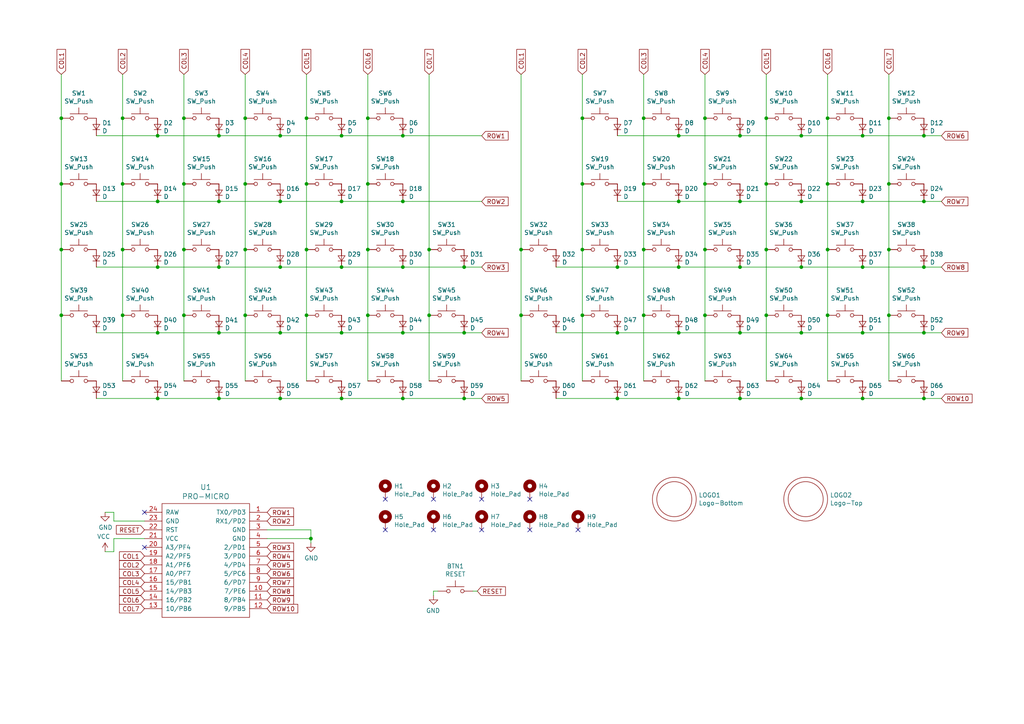
<source format=kicad_sch>
(kicad_sch (version 20230121) (generator eeschema)
  (paper "A4")
  (title_block (title "Morizon MX") (date "2023-11-09") (rev "1.2") (company "skarrmann"))
  (junction (at 106.68 34.29))
  (junction (at 186.69 34.29))
  (junction (at 257.81 91.44))
  (junction (at 124.46 72.39))
  (junction (at 151.13 72.39))
  (junction (at 240.03 53.34))
  (junction (at 81.28 58.42))
  (junction (at 214.63 39.37))
  (junction (at 71.12 53.34))
  (junction (at 250.19 39.37))
  (junction (at 168.91 91.44))
  (junction (at 88.9 53.34))
  (junction (at 17.78 53.34))
  (junction (at 63.5 115.57))
  (junction (at 214.63 77.47))
  (junction (at 63.5 58.42))
  (junction (at 53.34 53.34))
  (junction (at 151.13 91.44))
  (junction (at 63.5 96.52))
  (junction (at 116.84 115.57))
  (junction (at 204.47 34.29))
  (junction (at 214.63 115.57))
  (junction (at 88.9 72.39))
  (junction (at 81.28 115.57))
  (junction (at 71.12 72.39))
  (junction (at 222.25 72.39))
  (junction (at 267.97 96.52))
  (junction (at 240.03 91.44))
  (junction (at 116.84 39.37))
  (junction (at 196.85 39.37))
  (junction (at 99.06 115.57))
  (junction (at 179.07 115.57))
  (junction (at 204.47 53.34))
  (junction (at 196.85 115.57))
  (junction (at 35.56 91.44))
  (junction (at 71.12 34.29))
  (junction (at 45.72 77.47))
  (junction (at 204.47 72.39))
  (junction (at 63.5 77.47))
  (junction (at 186.69 91.44))
  (junction (at 116.84 96.52))
  (junction (at 35.56 72.39))
  (junction (at 196.85 77.47))
  (junction (at 45.72 58.42))
  (junction (at 90.17 156.21))
  (junction (at 35.56 34.29))
  (junction (at 250.19 58.42))
  (junction (at 168.91 34.29))
  (junction (at 179.07 77.47))
  (junction (at 81.28 96.52))
  (junction (at 116.84 77.47))
  (junction (at 186.69 72.39))
  (junction (at 99.06 39.37))
  (junction (at 106.68 53.34))
  (junction (at 134.62 96.52))
  (junction (at 99.06 77.47))
  (junction (at 168.91 53.34))
  (junction (at 134.62 115.57))
  (junction (at 214.63 58.42))
  (junction (at 81.28 39.37))
  (junction (at 267.97 77.47))
  (junction (at 232.41 115.57))
  (junction (at 99.06 58.42))
  (junction (at 240.03 34.29))
  (junction (at 17.78 91.44))
  (junction (at 88.9 91.44))
  (junction (at 250.19 115.57))
  (junction (at 17.78 72.39))
  (junction (at 232.41 77.47))
  (junction (at 196.85 96.52))
  (junction (at 222.25 91.44))
  (junction (at 71.12 91.44))
  (junction (at 222.25 34.29))
  (junction (at 204.47 91.44))
  (junction (at 179.07 96.52))
  (junction (at 196.85 58.42))
  (junction (at 124.46 91.44))
  (junction (at 250.19 96.52))
  (junction (at 53.34 72.39))
  (junction (at 168.91 72.39))
  (junction (at 81.28 77.47))
  (junction (at 250.19 77.47))
  (junction (at 240.03 72.39))
  (junction (at 232.41 58.42))
  (junction (at 45.72 39.37))
  (junction (at 99.06 96.52))
  (junction (at 214.63 96.52))
  (junction (at 232.41 96.52))
  (junction (at 186.69 53.34))
  (junction (at 222.25 53.34))
  (junction (at 63.5 39.37))
  (junction (at 134.62 77.47))
  (junction (at 45.72 115.57))
  (junction (at 106.68 91.44))
  (junction (at 267.97 39.37))
  (junction (at 116.84 58.42))
  (junction (at 45.72 96.52))
  (junction (at 53.34 34.29))
  (junction (at 17.78 34.29))
  (junction (at 53.34 91.44))
  (junction (at 106.68 72.39))
  (junction (at 257.81 72.39))
  (junction (at 267.97 115.57))
  (junction (at 88.9 34.29))
  (junction (at 257.81 34.29))
  (junction (at 232.41 39.37))
  (junction (at 35.56 53.34))
  (junction (at 267.97 58.42))
  (junction (at 257.81 53.34))
  (no_connect (at 125.73 153.67))
  (no_connect (at 167.64 153.67))
  (no_connect (at 139.7 153.67))
  (no_connect (at 111.76 144.78))
  (no_connect (at 153.67 144.78))
  (no_connect (at 139.7 144.78))
  (no_connect (at 125.73 144.78))
  (no_connect (at 41.91 158.75))
  (no_connect (at 153.67 153.67))
  (no_connect (at 41.91 148.59))
  (no_connect (at 111.76 153.67))
  (wire (pts (xy 214.63 58.42) (xy 232.41 58.42)))
  (wire (pts (xy 232.41 77.47) (xy 250.19 77.47)))
  (wire (pts (xy 250.19 115.57) (xy 267.97 115.57)))
  (wire (pts (xy 250.19 39.37) (xy 267.97 39.37)))
  (wire (pts (xy 71.12 91.44) (xy 71.12 110.49)))
  (wire (pts (xy 81.28 96.52) (xy 99.06 96.52)))
  (wire (pts (xy 240.03 53.34) (xy 240.03 72.39)))
  (wire (pts (xy 41.91 156.21) (xy 33.02 156.21)))
  (wire (pts (xy 63.5 115.57) (xy 81.28 115.57)))
  (wire (pts (xy 17.78 21.59) (xy 17.78 34.29)))
  (wire (pts (xy 45.72 39.37) (xy 63.5 39.37)))
  (wire (pts (xy 88.9 91.44) (xy 88.9 110.49)))
  (wire (pts (xy 106.68 91.44) (xy 106.68 110.49)))
  (wire (pts (xy 71.12 53.34) (xy 71.12 72.39)))
  (wire (pts (xy 71.12 21.59) (xy 71.12 34.29)))
  (wire (pts (xy 125.73 171.45) (xy 125.73 172.72)))
  (wire (pts (xy 196.85 39.37) (xy 214.63 39.37)))
  (wire (pts (xy 116.84 58.42) (xy 139.7 58.42)))
  (wire (pts (xy 179.07 58.42) (xy 196.85 58.42)))
  (wire (pts (xy 214.63 39.37) (xy 232.41 39.37)))
  (wire (pts (xy 134.62 77.47) (xy 139.7 77.47)))
  (wire (pts (xy 267.97 77.47) (xy 273.05 77.47)))
  (wire (pts (xy 53.34 72.39) (xy 53.34 91.44)))
  (wire (pts (xy 222.25 72.39) (xy 222.25 91.44)))
  (wire (pts (xy 124.46 91.44) (xy 124.46 110.49)))
  (wire (pts (xy 179.07 77.47) (xy 196.85 77.47)))
  (wire (pts (xy 106.68 21.59) (xy 106.68 34.29)))
  (wire (pts (xy 168.91 91.44) (xy 168.91 110.49)))
  (wire (pts (xy 161.29 96.52) (xy 179.07 96.52)))
  (wire (pts (xy 161.29 77.47) (xy 179.07 77.47)))
  (wire (pts (xy 134.62 96.52) (xy 139.7 96.52)))
  (wire (pts (xy 71.12 72.39) (xy 71.12 91.44)))
  (wire (pts (xy 257.81 53.34) (xy 257.81 72.39)))
  (wire (pts (xy 124.46 72.39) (xy 124.46 91.44)))
  (wire (pts (xy 88.9 72.39) (xy 88.9 91.44)))
  (wire (pts (xy 33.02 156.21) (xy 33.02 160.02)))
  (wire (pts (xy 45.72 96.52) (xy 63.5 96.52)))
  (wire (pts (xy 186.69 91.44) (xy 186.69 110.49)))
  (wire (pts (xy 214.63 77.47) (xy 232.41 77.47)))
  (wire (pts (xy 196.85 77.47) (xy 214.63 77.47)))
  (wire (pts (xy 196.85 96.52) (xy 214.63 96.52)))
  (wire (pts (xy 232.41 39.37) (xy 250.19 39.37)))
  (wire (pts (xy 71.12 34.29) (xy 71.12 53.34)))
  (wire (pts (xy 33.02 148.59) (xy 30.48 148.59)))
  (wire (pts (xy 53.34 34.29) (xy 53.34 53.34)))
  (wire (pts (xy 204.47 72.39) (xy 204.47 91.44)))
  (wire (pts (xy 88.9 21.59) (xy 88.9 34.29)))
  (wire (pts (xy 33.02 160.02) (xy 30.48 160.02)))
  (wire (pts (xy 222.25 34.29) (xy 222.25 53.34)))
  (wire (pts (xy 232.41 58.42) (xy 250.19 58.42)))
  (wire (pts (xy 106.68 34.29) (xy 106.68 53.34)))
  (wire (pts (xy 27.94 39.37) (xy 45.72 39.37)))
  (wire (pts (xy 106.68 53.34) (xy 106.68 72.39)))
  (wire (pts (xy 35.56 53.34) (xy 35.56 72.39)))
  (wire (pts (xy 138.43 171.45) (xy 137.16 171.45)))
  (wire (pts (xy 27.94 58.42) (xy 45.72 58.42)))
  (wire (pts (xy 250.19 96.52) (xy 267.97 96.52)))
  (wire (pts (xy 35.56 72.39) (xy 35.56 91.44)))
  (wire (pts (xy 196.85 58.42) (xy 214.63 58.42)))
  (wire (pts (xy 81.28 58.42) (xy 99.06 58.42)))
  (wire (pts (xy 240.03 91.44) (xy 240.03 110.49)))
  (wire (pts (xy 257.81 34.29) (xy 257.81 53.34)))
  (wire (pts (xy 116.84 77.47) (xy 134.62 77.47)))
  (wire (pts (xy 88.9 53.34) (xy 88.9 72.39)))
  (wire (pts (xy 250.19 77.47) (xy 267.97 77.47)))
  (wire (pts (xy 204.47 53.34) (xy 204.47 72.39)))
  (wire (pts (xy 63.5 58.42) (xy 81.28 58.42)))
  (wire (pts (xy 250.19 58.42) (xy 267.97 58.42)))
  (wire (pts (xy 151.13 91.44) (xy 151.13 72.39)))
  (wire (pts (xy 204.47 34.29) (xy 204.47 53.34)))
  (wire (pts (xy 186.69 53.34) (xy 186.69 72.39)))
  (wire (pts (xy 240.03 21.59) (xy 240.03 34.29)))
  (wire (pts (xy 90.17 156.21) (xy 90.17 157.48)))
  (wire (pts (xy 63.5 39.37) (xy 81.28 39.37)))
  (wire (pts (xy 99.06 58.42) (xy 116.84 58.42)))
  (wire (pts (xy 257.81 91.44) (xy 257.81 110.49)))
  (wire (pts (xy 257.81 21.59) (xy 257.81 34.29)))
  (wire (pts (xy 267.97 39.37) (xy 273.05 39.37)))
  (wire (pts (xy 63.5 96.52) (xy 81.28 96.52)))
  (wire (pts (xy 116.84 115.57) (xy 134.62 115.57)))
  (wire (pts (xy 204.47 91.44) (xy 204.47 110.49)))
  (wire (pts (xy 222.25 21.59) (xy 222.25 34.29)))
  (wire (pts (xy 232.41 96.52) (xy 250.19 96.52)))
  (wire (pts (xy 27.94 115.57) (xy 45.72 115.57)))
  (wire (pts (xy 33.02 151.13) (xy 33.02 148.59)))
  (wire (pts (xy 168.91 72.39) (xy 168.91 91.44)))
  (wire (pts (xy 232.41 115.57) (xy 250.19 115.57)))
  (wire (pts (xy 63.5 77.47) (xy 81.28 77.47)))
  (wire (pts (xy 179.07 39.37) (xy 196.85 39.37)))
  (wire (pts (xy 27.94 96.52) (xy 45.72 96.52)))
  (wire (pts (xy 45.72 77.47) (xy 63.5 77.47)))
  (wire (pts (xy 81.28 39.37) (xy 99.06 39.37)))
  (wire (pts (xy 99.06 115.57) (xy 116.84 115.57)))
  (wire (pts (xy 77.47 156.21) (xy 90.17 156.21)))
  (wire (pts (xy 151.13 21.59) (xy 151.13 72.39)))
  (wire (pts (xy 168.91 34.29) (xy 168.91 53.34)))
  (wire (pts (xy 41.91 151.13) (xy 33.02 151.13)))
  (wire (pts (xy 267.97 96.52) (xy 273.05 96.52)))
  (wire (pts (xy 17.78 34.29) (xy 17.78 53.34)))
  (wire (pts (xy 267.97 115.57) (xy 273.05 115.57)))
  (wire (pts (xy 127 171.45) (xy 125.73 171.45)))
  (wire (pts (xy 267.97 58.42) (xy 273.05 58.42)))
  (wire (pts (xy 90.17 153.67) (xy 90.17 156.21)))
  (wire (pts (xy 35.56 21.59) (xy 35.56 34.29)))
  (wire (pts (xy 161.29 115.57) (xy 179.07 115.57)))
  (wire (pts (xy 81.28 77.47) (xy 99.06 77.47)))
  (wire (pts (xy 222.25 91.44) (xy 222.25 110.49)))
  (wire (pts (xy 106.68 72.39) (xy 106.68 91.44)))
  (wire (pts (xy 222.25 53.34) (xy 222.25 72.39)))
  (wire (pts (xy 151.13 110.49) (xy 151.13 91.44)))
  (wire (pts (xy 77.47 153.67) (xy 90.17 153.67)))
  (wire (pts (xy 186.69 72.39) (xy 186.69 91.44)))
  (wire (pts (xy 53.34 91.44) (xy 53.34 110.49)))
  (wire (pts (xy 179.07 96.52) (xy 196.85 96.52)))
  (wire (pts (xy 196.85 115.57) (xy 214.63 115.57)))
  (wire (pts (xy 214.63 96.52) (xy 232.41 96.52)))
  (wire (pts (xy 99.06 96.52) (xy 116.84 96.52)))
  (wire (pts (xy 168.91 21.59) (xy 168.91 34.29)))
  (wire (pts (xy 45.72 58.42) (xy 63.5 58.42)))
  (wire (pts (xy 186.69 21.59) (xy 186.69 34.29)))
  (wire (pts (xy 240.03 34.29) (xy 240.03 53.34)))
  (wire (pts (xy 53.34 21.59) (xy 53.34 34.29)))
  (wire (pts (xy 35.56 34.29) (xy 35.56 53.34)))
  (wire (pts (xy 17.78 72.39) (xy 17.78 91.44)))
  (wire (pts (xy 116.84 39.37) (xy 139.7 39.37)))
  (wire (pts (xy 35.56 91.44) (xy 35.56 110.49)))
  (wire (pts (xy 134.62 115.57) (xy 139.7 115.57)))
  (wire (pts (xy 204.47 21.59) (xy 204.47 34.29)))
  (wire (pts (xy 257.81 72.39) (xy 257.81 91.44)))
  (wire (pts (xy 53.34 53.34) (xy 53.34 72.39)))
  (wire (pts (xy 99.06 77.47) (xy 116.84 77.47)))
  (wire (pts (xy 124.46 21.59) (xy 124.46 72.39)))
  (wire (pts (xy 81.28 115.57) (xy 99.06 115.57)))
  (wire (pts (xy 88.9 34.29) (xy 88.9 53.34)))
  (wire (pts (xy 17.78 53.34) (xy 17.78 72.39)))
  (wire (pts (xy 240.03 72.39) (xy 240.03 91.44)))
  (wire (pts (xy 45.72 115.57) (xy 63.5 115.57)))
  (wire (pts (xy 17.78 91.44) (xy 17.78 110.49)))
  (wire (pts (xy 99.06 39.37) (xy 116.84 39.37)))
  (wire (pts (xy 116.84 96.52) (xy 134.62 96.52)))
  (wire (pts (xy 168.91 53.34) (xy 168.91 72.39)))
  (wire (pts (xy 27.94 77.47) (xy 45.72 77.47)))
  (wire (pts (xy 186.69 34.29) (xy 186.69 53.34)))
  (wire (pts (xy 214.63 115.57) (xy 232.41 115.57)))
  (wire (pts (xy 179.07 115.57) (xy 196.85 115.57)))
  (global_label "ROW8" (shape input) (at 77.47 171.45 0) (property "Intersheetrefs" "${INTERSHEET_REFS}" (effects hide)))
  (global_label "COL5" (shape input) (at 222.25 21.59 90) (property "Intersheetrefs" "${INTERSHEET_REFS}" (effects hide)))
  (global_label "COL4" (shape input) (at 204.47 21.59 90) (property "Intersheetrefs" "${INTERSHEET_REFS}" (effects hide)))
  (global_label "ROW7" (shape input) (at 273.05 58.42 0) (property "Intersheetrefs" "${INTERSHEET_REFS}" (effects hide)))
  (global_label "COL4" (shape input) (at 41.91 168.91 180) (property "Intersheetrefs" "${INTERSHEET_REFS}" (effects hide)))
  (global_label "ROW4" (shape input) (at 77.47 161.29 0) (property "Intersheetrefs" "${INTERSHEET_REFS}" (effects hide)))
  (global_label "ROW8" (shape input) (at 273.05 77.47 0) (property "Intersheetrefs" "${INTERSHEET_REFS}" (effects hide)))
  (global_label "ROW5" (shape input) (at 139.7 115.57 0) (property "Intersheetrefs" "${INTERSHEET_REFS}" (effects hide)))
  (global_label "ROW1" (shape input) (at 139.7 39.37 0) (property "Intersheetrefs" "${INTERSHEET_REFS}" (effects hide)))
  (global_label "ROW3" (shape input) (at 139.7 77.47 0) (property "Intersheetrefs" "${INTERSHEET_REFS}" (effects hide)))
  (global_label "COL7" (shape input) (at 41.91 176.53 180) (property "Intersheetrefs" "${INTERSHEET_REFS}" (effects hide)))
  (global_label "COL1" (shape input) (at 17.78 21.59 90) (property "Intersheetrefs" "${INTERSHEET_REFS}" (effects hide)))
  (global_label "COL1" (shape input) (at 151.13 21.59 90) (property "Intersheetrefs" "${INTERSHEET_REFS}" (effects hide)))
  (global_label "RESET" (shape input) (at 41.91 153.67 180) (property "Intersheetrefs" "${INTERSHEET_REFS}" (effects hide)))
  (global_label "ROW2" (shape input) (at 139.7 58.42 0) (property "Intersheetrefs" "${INTERSHEET_REFS}" (effects hide)))
  (global_label "COL2" (shape input) (at 35.56 21.59 90) (property "Intersheetrefs" "${INTERSHEET_REFS}" (effects hide)))
  (global_label "COL2" (shape input) (at 168.91 21.59 90) (property "Intersheetrefs" "${INTERSHEET_REFS}" (effects hide)))
  (global_label "ROW7" (shape input) (at 77.47 168.91 0) (property "Intersheetrefs" "${INTERSHEET_REFS}" (effects hide)))
  (global_label "ROW10" (shape input) (at 77.47 176.53 0) (property "Intersheetrefs" "${INTERSHEET_REFS}" (effects hide)))
  (global_label "ROW10" (shape input) (at 273.05 115.57 0) (property "Intersheetrefs" "${INTERSHEET_REFS}" (effects hide)))
  (global_label "ROW9" (shape input) (at 77.47 173.99 0) (property "Intersheetrefs" "${INTERSHEET_REFS}" (effects hide)))
  (global_label "COL7" (shape input) (at 257.81 21.59 90) (property "Intersheetrefs" "${INTERSHEET_REFS}" (effects hide)))
  (global_label "COL6" (shape input) (at 41.91 173.99 180) (property "Intersheetrefs" "${INTERSHEET_REFS}" (effects hide)))
  (global_label "ROW1" (shape input) (at 77.47 148.59 0) (property "Intersheetrefs" "${INTERSHEET_REFS}" (effects hide)))
  (global_label "RESET" (shape input) (at 138.43 171.45 0) (property "Intersheetrefs" "${INTERSHEET_REFS}" (effects hide)))
  (global_label "ROW5" (shape input) (at 77.47 163.83 0) (property "Intersheetrefs" "${INTERSHEET_REFS}" (effects hide)))
  (global_label "COL4" (shape input) (at 71.12 21.59 90) (property "Intersheetrefs" "${INTERSHEET_REFS}" (effects hide)))
  (global_label "ROW9" (shape input) (at 273.05 96.52 0) (property "Intersheetrefs" "${INTERSHEET_REFS}" (effects hide)))
  (global_label "ROW6" (shape input) (at 77.47 166.37 0) (property "Intersheetrefs" "${INTERSHEET_REFS}" (effects hide)))
  (global_label "COL5" (shape input) (at 88.9 21.59 90) (property "Intersheetrefs" "${INTERSHEET_REFS}" (effects hide)))
  (global_label "COL3" (shape input) (at 53.34 21.59 90) (property "Intersheetrefs" "${INTERSHEET_REFS}" (effects hide)))
  (global_label "COL6" (shape input) (at 240.03 21.59 90) (property "Intersheetrefs" "${INTERSHEET_REFS}" (effects hide)))
  (global_label "COL3" (shape input) (at 186.69 21.59 90) (property "Intersheetrefs" "${INTERSHEET_REFS}" (effects hide)))
  (global_label "COL2" (shape input) (at 41.91 163.83 180) (property "Intersheetrefs" "${INTERSHEET_REFS}" (effects hide)))
  (global_label "COL1" (shape input) (at 41.91 161.29 180) (property "Intersheetrefs" "${INTERSHEET_REFS}" (effects hide)))
  (global_label "COL5" (shape input) (at 41.91 171.45 180) (property "Intersheetrefs" "${INTERSHEET_REFS}" (effects hide)))
  (global_label "ROW4" (shape input) (at 139.7 96.52 0) (property "Intersheetrefs" "${INTERSHEET_REFS}" (effects hide)))
  (global_label "COL3" (shape input) (at 41.91 166.37 180) (property "Intersheetrefs" "${INTERSHEET_REFS}" (effects hide)))
  (global_label "ROW3" (shape input) (at 77.47 158.75 0) (property "Intersheetrefs" "${INTERSHEET_REFS}" (effects hide)))
  (global_label "ROW6" (shape input) (at 273.05 39.37 0) (property "Intersheetrefs" "${INTERSHEET_REFS}" (effects hide)))
  (global_label "ROW2" (shape input) (at 77.47 151.13 0) (property "Intersheetrefs" "${INTERSHEET_REFS}" (effects hide)))
  (global_label "COL6" (shape input) (at 106.68 21.59 90) (property "Intersheetrefs" "${INTERSHEET_REFS}" (effects hide)))
  (global_label "COL7" (shape input) (at 124.46 21.59 90) (property "Intersheetrefs" "${INTERSHEET_REFS}" (effects hide)))
  (symbol (lib_id "horizon-components:SW_Push") (at 22.86 34.29 0) (unit 1)
    (property "Reference" "SW1" (at 22.86 27.051 0))
    (property "Value" "SW_Push" (at 22.86 29.3624 0))
    (property "Footprint" "horizon-footprints:SW_MX" (effects hide))
  )
  (symbol (lib_id "horizon-components:SW_Push") (at 132.08 171.45 0) (mirror y) (unit 1)
    (property "Reference" "BTN1" (at 132.08 164.211 0))
    (property "Value" "RESET" (at 132.08 166.5224 0))
    (property "Footprint" "horizon-footprints:SW_Push_6mm" (effects hide))
  )
  (symbol (lib_id "horizon-components:Pro-Micro") (at 59.69 162.56 0) (mirror y) (unit 1)
    (property "Reference" "U1" (at 59.69 141.3002 0) (effects (font (size 1.524 1.524))))
    (property "Value" "PRO-MICRO" (at 59.69 143.9926 0) (effects (font (size 1.524 1.524))))
    (property "Footprint" "horizon-footprints:Pro-Micro" (effects hide))
  )
  (symbol (lib_id "power:GND") (at 125.73 172.72 0) (mirror y) (unit 1)
    (property "Reference" "#PWR07" (effects hide))
    (property "Value" "GND" (at 125.603 177.1142 0))
  )
  (symbol (lib_id "power:GND") (at 90.17 157.48 0) (unit 1)
    (property "Reference" "#PWR04" (effects hide))
    (property "Value" "GND" (at 90.297 161.8742 0))
  )
  (symbol (lib_id "horizon-components:D") (at 27.94 36.83 90) (unit 1)
    (property "Reference" "D1" (at 29.6672 35.6616 90) (effects (justify right)))
    (property "Value" "D" (at 29.6672 37.973 90) (effects (justify right)))
    (property "Footprint" "horizon-footprints:D_SOD-123" (effects hide))
  )
  (symbol (lib_id "power:VCC") (at 30.48 160.02 0) (mirror y) (unit 1)
    (property "Reference" "#PWR05" (effects hide))
    (property "Value" "VCC" (at 30.0482 155.6258 0))
  )
  (symbol (lib_id "horizon-components:Hole_Pad") (at 111.76 142.24 0) (unit 1)
    (property "Reference" "H1" (at 114.3 140.9954 0) (effects (justify left)))
    (property "Value" "Hole_Pad" (at 114.3 143.3068 0) (effects (justify left)))
    (property "Footprint" "horizon-footprints:Mount_M2" (effects hide))
  )
  (symbol (lib_id "horizon-components:Hole_Pad") (at 125.73 142.24 0) (unit 1)
    (property "Reference" "H2" (at 128.27 140.9954 0) (effects (justify left)))
    (property "Value" "Hole_Pad" (at 128.27 143.3068 0) (effects (justify left)))
    (property "Footprint" "horizon-footprints:Mount_M2" (effects hide))
  )
  (symbol (lib_id "horizon-components:Hole_Pad") (at 139.7 142.24 0) (unit 1)
    (property "Reference" "H3" (at 142.24 140.9954 0) (effects (justify left)))
    (property "Value" "Hole_Pad" (at 142.24 143.3068 0) (effects (justify left)))
    (property "Footprint" "horizon-footprints:Mount_M2" (effects hide))
  )
  (symbol (lib_id "horizon-components:Hole_Pad") (at 153.67 142.24 0) (unit 1)
    (property "Reference" "H4" (at 156.21 140.9954 0) (effects (justify left)))
    (property "Value" "Hole_Pad" (at 156.21 143.3068 0) (effects (justify left)))
    (property "Footprint" "horizon-footprints:Mount_M2" (effects hide))
  )
  (symbol (lib_id "horizon-components:Logo") (at 195.58 144.78 0) (unit 1)
    (property "Reference" "LOGO1" (at 202.6412 143.6116 0) (effects (justify left)))
    (property "Value" "Logo-Bottom" (at 202.6412 145.923 0) (effects (justify left)))
    (property "Footprint" "horizon-footprints:Logo_Morizon_Small" (effects hide))
  )
  (symbol (lib_id "horizon-components:D") (at 45.72 36.83 90) (unit 1)
    (property "Reference" "D2" (at 47.4472 35.6616 90) (effects (justify right)))
    (property "Value" "D" (at 47.4472 37.973 90) (effects (justify right)))
    (property "Footprint" "horizon-footprints:D_SOD-123" (effects hide))
  )
  (symbol (lib_id "horizon-components:SW_Push") (at 40.64 34.29 0) (unit 1)
    (property "Reference" "SW2" (at 40.64 27.051 0))
    (property "Value" "SW_Push" (at 40.64 29.3624 0))
    (property "Footprint" "horizon-footprints:SW_MX" (effects hide))
  )
  (symbol (lib_id "horizon-components:Logo") (at 233.68 144.78 0) (unit 1)
    (property "Reference" "LOGO2" (at 240.7412 143.6116 0) (effects (justify left)))
    (property "Value" "Logo-Top" (at 240.7412 145.923 0) (effects (justify left)))
    (property "Footprint" "horizon-footprints:Logo_Morizon_M" (effects hide))
  )
  (symbol (lib_id "horizon-components:Hole_Pad") (at 125.73 151.13 0) (unit 1)
    (property "Reference" "H6" (at 128.27 149.8854 0) (effects (justify left)))
    (property "Value" "Hole_Pad" (at 128.27 152.1968 0) (effects (justify left)))
    (property "Footprint" "horizon-footprints:Mount_M2" (effects hide))
  )
  (symbol (lib_id "horizon-components:Hole_Pad") (at 111.76 151.13 0) (unit 1)
    (property "Reference" "H5" (at 114.3 149.8854 0) (effects (justify left)))
    (property "Value" "Hole_Pad" (at 114.3 152.1968 0) (effects (justify left)))
    (property "Footprint" "horizon-footprints:Mount_M2" (effects hide))
  )
  (symbol (lib_id "horizon-components:Hole_Pad") (at 139.7 151.13 0) (unit 1)
    (property "Reference" "H7" (at 142.24 149.8854 0) (effects (justify left)))
    (property "Value" "Hole_Pad" (at 142.24 152.1968 0) (effects (justify left)))
    (property "Footprint" "horizon-footprints:Mount_M2" (effects hide))
  )
  (symbol (lib_id "horizon-components:Hole_Pad") (at 153.67 151.13 0) (unit 1)
    (property "Reference" "H8" (at 156.21 149.8854 0) (effects (justify left)))
    (property "Value" "Hole_Pad" (at 156.21 152.1968 0) (effects (justify left)))
    (property "Footprint" "horizon-footprints:Mount_M2" (effects hide))
  )
  (symbol (lib_id "power:GND") (at 30.48 148.59 0) (unit 1)
    (property "Reference" "#PWR03" (effects hide))
    (property "Value" "GND" (at 30.607 152.9842 0))
  )
  (symbol (lib_id "horizon-components:SW_Push") (at 58.42 34.29 0) (unit 1)
    (property "Reference" "SW3" (at 58.42 27.051 0))
    (property "Value" "SW_Push" (at 58.42 29.3624 0))
    (property "Footprint" "horizon-footprints:SW_MX" (effects hide))
  )
  (symbol (lib_id "horizon-components:D") (at 63.5 36.83 90) (unit 1)
    (property "Reference" "D3" (at 65.2272 35.6616 90) (effects (justify right)))
    (property "Value" "D" (at 65.2272 37.973 90) (effects (justify right)))
    (property "Footprint" "horizon-footprints:D_SOD-123" (effects hide))
  )
  (symbol (lib_id "horizon-components:SW_Push") (at 76.2 34.29 0) (unit 1)
    (property "Reference" "SW4" (at 76.2 27.051 0))
    (property "Value" "SW_Push" (at 76.2 29.3624 0))
    (property "Footprint" "horizon-footprints:SW_MX" (effects hide))
  )
  (symbol (lib_id "horizon-components:D") (at 81.28 36.83 90) (unit 1)
    (property "Reference" "D4" (at 83.0072 35.6616 90) (effects (justify right)))
    (property "Value" "D" (at 83.0072 37.973 90) (effects (justify right)))
    (property "Footprint" "horizon-footprints:D_SOD-123" (effects hide))
  )
  (symbol (lib_id "horizon-components:SW_Push") (at 93.98 34.29 0) (unit 1)
    (property "Reference" "SW5" (at 93.98 27.051 0))
    (property "Value" "SW_Push" (at 93.98 29.3624 0))
    (property "Footprint" "horizon-footprints:SW_MX" (effects hide))
  )
  (symbol (lib_id "horizon-components:D") (at 99.06 36.83 90) (unit 1)
    (property "Reference" "D5" (at 100.7872 35.6616 90) (effects (justify right)))
    (property "Value" "D" (at 100.7872 37.973 90) (effects (justify right)))
    (property "Footprint" "horizon-footprints:D_SOD-123" (effects hide))
  )
  (symbol (lib_id "horizon-components:SW_Push") (at 111.76 34.29 0) (unit 1)
    (property "Reference" "SW6" (at 111.76 27.051 0))
    (property "Value" "SW_Push" (at 111.76 29.3624 0))
    (property "Footprint" "horizon-footprints:SW_MX" (effects hide))
  )
  (symbol (lib_id "horizon-components:D") (at 116.84 36.83 90) (unit 1)
    (property "Reference" "D6" (at 118.5672 35.6616 90) (effects (justify right)))
    (property "Value" "D" (at 118.5672 37.973 90) (effects (justify right)))
    (property "Footprint" "horizon-footprints:D_SOD-123" (effects hide))
  )
  (symbol (lib_id "horizon-components:SW_Push") (at 173.99 34.29 0) (unit 1)
    (property "Reference" "SW7" (at 173.99 27.051 0))
    (property "Value" "SW_Push" (at 173.99 29.3624 0))
    (property "Footprint" "horizon-footprints:SW_MX" (effects hide))
  )
  (symbol (lib_id "horizon-components:D") (at 179.07 36.83 90) (unit 1)
    (property "Reference" "D7" (at 180.7972 35.6616 90) (effects (justify right)))
    (property "Value" "D" (at 180.7972 37.973 90) (effects (justify right)))
    (property "Footprint" "horizon-footprints:D_SOD-123" (effects hide))
  )
  (symbol (lib_id "horizon-components:SW_Push") (at 191.77 34.29 0) (unit 1)
    (property "Reference" "SW8" (at 191.77 27.051 0))
    (property "Value" "SW_Push" (at 191.77 29.3624 0))
    (property "Footprint" "horizon-footprints:SW_MX" (effects hide))
  )
  (symbol (lib_id "horizon-components:D") (at 196.85 36.83 90) (unit 1)
    (property "Reference" "D8" (at 198.5772 35.6616 90) (effects (justify right)))
    (property "Value" "D" (at 198.5772 37.973 90) (effects (justify right)))
    (property "Footprint" "horizon-footprints:D_SOD-123" (effects hide))
  )
  (symbol (lib_id "horizon-components:SW_Push") (at 209.55 34.29 0) (unit 1)
    (property "Reference" "SW9" (at 209.55 27.051 0))
    (property "Value" "SW_Push" (at 209.55 29.3624 0))
    (property "Footprint" "horizon-footprints:SW_MX" (effects hide))
  )
  (symbol (lib_id "horizon-components:D") (at 214.63 36.83 90) (unit 1)
    (property "Reference" "D9" (at 216.3572 35.6616 90) (effects (justify right)))
    (property "Value" "D" (at 216.3572 37.973 90) (effects (justify right)))
    (property "Footprint" "horizon-footprints:D_SOD-123" (effects hide))
  )
  (symbol (lib_id "horizon-components:SW_Push") (at 227.33 34.29 0) (unit 1)
    (property "Reference" "SW10" (at 227.33 27.051 0))
    (property "Value" "SW_Push" (at 227.33 29.3624 0))
    (property "Footprint" "horizon-footprints:SW_MX" (effects hide))
  )
  (symbol (lib_id "horizon-components:D") (at 232.41 36.83 90) (unit 1)
    (property "Reference" "D10" (at 234.1372 35.6616 90) (effects (justify right)))
    (property "Value" "D" (at 234.1372 37.973 90) (effects (justify right)))
    (property "Footprint" "horizon-footprints:D_SOD-123" (effects hide))
  )
  (symbol (lib_id "horizon-components:SW_Push") (at 245.11 34.29 0) (unit 1)
    (property "Reference" "SW11" (at 245.11 27.051 0))
    (property "Value" "SW_Push" (at 245.11 29.3624 0))
    (property "Footprint" "horizon-footprints:SW_MX" (effects hide))
  )
  (symbol (lib_id "horizon-components:D") (at 250.19 36.83 90) (unit 1)
    (property "Reference" "D11" (at 251.9172 35.6616 90) (effects (justify right)))
    (property "Value" "D" (at 251.9172 37.973 90) (effects (justify right)))
    (property "Footprint" "horizon-footprints:D_SOD-123" (effects hide))
  )
  (symbol (lib_id "horizon-components:SW_Push") (at 262.89 34.29 0) (unit 1)
    (property "Reference" "SW12" (at 262.89 27.051 0))
    (property "Value" "SW_Push" (at 262.89 29.3624 0))
    (property "Footprint" "horizon-footprints:SW_MX" (effects hide))
  )
  (symbol (lib_id "horizon-components:D") (at 267.97 36.83 90) (unit 1)
    (property "Reference" "D12" (at 269.6972 35.6616 90) (effects (justify right)))
    (property "Value" "D" (at 269.6972 37.973 90) (effects (justify right)))
    (property "Footprint" "horizon-footprints:D_SOD-123" (effects hide))
  )
  (symbol (lib_id "horizon-components:SW_Push") (at 22.86 53.34 0) (unit 1)
    (property "Reference" "SW13" (at 22.86 46.101 0))
    (property "Value" "SW_Push" (at 22.86 48.4124 0))
    (property "Footprint" "horizon-footprints:SW_MX" (effects hide))
  )
  (symbol (lib_id "horizon-components:SW_Push") (at 40.64 53.34 0) (unit 1)
    (property "Reference" "SW14" (at 40.64 46.101 0))
    (property "Value" "SW_Push" (at 40.64 48.4124 0))
    (property "Footprint" "horizon-footprints:SW_MX" (effects hide))
  )
  (symbol (lib_id "horizon-components:D") (at 45.72 55.88 90) (unit 1)
    (property "Reference" "D14" (at 47.4472 54.7116 90) (effects (justify right)))
    (property "Value" "D" (at 47.4472 57.023 90) (effects (justify right)))
    (property "Footprint" "horizon-footprints:D_SOD-123" (effects hide))
  )
  (symbol (lib_id "horizon-components:SW_Push") (at 58.42 53.34 0) (unit 1)
    (property "Reference" "SW15" (at 58.42 46.101 0))
    (property "Value" "SW_Push" (at 58.42 48.4124 0))
    (property "Footprint" "horizon-footprints:SW_MX" (effects hide))
  )
  (symbol (lib_id "horizon-components:D") (at 63.5 55.88 90) (unit 1)
    (property "Reference" "D15" (at 65.2272 54.7116 90) (effects (justify right)))
    (property "Value" "D" (at 65.2272 57.023 90) (effects (justify right)))
    (property "Footprint" "horizon-footprints:D_SOD-123" (effects hide))
  )
  (symbol (lib_id "horizon-components:SW_Push") (at 76.2 53.34 0) (unit 1)
    (property "Reference" "SW16" (at 76.2 46.101 0))
    (property "Value" "SW_Push" (at 76.2 48.4124 0))
    (property "Footprint" "horizon-footprints:SW_MX" (effects hide))
  )
  (symbol (lib_id "horizon-components:D") (at 81.28 55.88 90) (unit 1)
    (property "Reference" "D16" (at 83.0072 54.7116 90) (effects (justify right)))
    (property "Value" "D" (at 83.0072 57.023 90) (effects (justify right)))
    (property "Footprint" "horizon-footprints:D_SOD-123" (effects hide))
  )
  (symbol (lib_id "horizon-components:SW_Push") (at 93.98 53.34 0) (unit 1)
    (property "Reference" "SW17" (at 93.98 46.101 0))
    (property "Value" "SW_Push" (at 93.98 48.4124 0))
    (property "Footprint" "horizon-footprints:SW_MX" (effects hide))
  )
  (symbol (lib_id "horizon-components:D") (at 99.06 55.88 90) (unit 1)
    (property "Reference" "D17" (at 100.7872 54.7116 90) (effects (justify right)))
    (property "Value" "D" (at 100.7872 57.023 90) (effects (justify right)))
    (property "Footprint" "horizon-footprints:D_SOD-123" (effects hide))
  )
  (symbol (lib_id "horizon-components:SW_Push") (at 111.76 53.34 0) (unit 1)
    (property "Reference" "SW18" (at 111.76 46.101 0))
    (property "Value" "SW_Push" (at 111.76 48.4124 0))
    (property "Footprint" "horizon-footprints:SW_MX" (effects hide))
  )
  (symbol (lib_id "horizon-components:D") (at 116.84 55.88 90) (unit 1)
    (property "Reference" "D18" (at 118.5672 54.7116 90) (effects (justify right)))
    (property "Value" "D" (at 118.5672 57.023 90) (effects (justify right)))
    (property "Footprint" "horizon-footprints:D_SOD-123" (effects hide))
  )
  (symbol (lib_id "horizon-components:SW_Push") (at 173.99 53.34 0) (unit 1)
    (property "Reference" "SW19" (at 173.99 46.101 0))
    (property "Value" "SW_Push" (at 173.99 48.4124 0))
    (property "Footprint" "horizon-footprints:SW_MX" (effects hide))
  )
  (symbol (lib_id "horizon-components:D") (at 179.07 55.88 90) (unit 1)
    (property "Reference" "D19" (at 180.7972 54.7116 90) (effects (justify right)))
    (property "Value" "D" (at 180.7972 57.023 90) (effects (justify right)))
    (property "Footprint" "horizon-footprints:D_SOD-123" (effects hide))
  )
  (symbol (lib_id "horizon-components:SW_Push") (at 191.77 53.34 0) (unit 1)
    (property "Reference" "SW20" (at 191.77 46.101 0))
    (property "Value" "SW_Push" (at 191.77 48.4124 0))
    (property "Footprint" "horizon-footprints:SW_MX" (effects hide))
  )
  (symbol (lib_id "horizon-components:D") (at 196.85 55.88 90) (unit 1)
    (property "Reference" "D20" (at 198.5772 54.7116 90) (effects (justify right)))
    (property "Value" "D" (at 198.5772 57.023 90) (effects (justify right)))
    (property "Footprint" "horizon-footprints:D_SOD-123" (effects hide))
  )
  (symbol (lib_id "horizon-components:SW_Push") (at 209.55 53.34 0) (unit 1)
    (property "Reference" "SW21" (at 209.55 46.101 0))
    (property "Value" "SW_Push" (at 209.55 48.4124 0))
    (property "Footprint" "horizon-footprints:SW_MX" (effects hide))
  )
  (symbol (lib_id "horizon-components:D") (at 214.63 55.88 90) (unit 1)
    (property "Reference" "D21" (at 216.3572 54.7116 90) (effects (justify right)))
    (property "Value" "D" (at 216.3572 57.023 90) (effects (justify right)))
    (property "Footprint" "horizon-footprints:D_SOD-123" (effects hide))
  )
  (symbol (lib_id "horizon-components:SW_Push") (at 227.33 53.34 0) (unit 1)
    (property "Reference" "SW22" (at 227.33 46.101 0))
    (property "Value" "SW_Push" (at 227.33 48.4124 0))
    (property "Footprint" "horizon-footprints:SW_MX" (effects hide))
  )
  (symbol (lib_id "horizon-components:D") (at 232.41 55.88 90) (unit 1)
    (property "Reference" "D22" (at 234.1372 54.7116 90) (effects (justify right)))
    (property "Value" "D" (at 234.1372 57.023 90) (effects (justify right)))
    (property "Footprint" "horizon-footprints:D_SOD-123" (effects hide))
  )
  (symbol (lib_id "horizon-components:SW_Push") (at 245.11 53.34 0) (unit 1)
    (property "Reference" "SW23" (at 245.11 46.101 0))
    (property "Value" "SW_Push" (at 245.11 48.4124 0))
    (property "Footprint" "horizon-footprints:SW_MX" (effects hide))
  )
  (symbol (lib_id "horizon-components:D") (at 250.19 55.88 90) (unit 1)
    (property "Reference" "D23" (at 251.9172 54.7116 90) (effects (justify right)))
    (property "Value" "D" (at 251.9172 57.023 90) (effects (justify right)))
    (property "Footprint" "horizon-footprints:D_SOD-123" (effects hide))
  )
  (symbol (lib_id "horizon-components:SW_Push") (at 262.89 53.34 0) (unit 1)
    (property "Reference" "SW24" (at 262.89 46.101 0))
    (property "Value" "SW_Push" (at 262.89 48.4124 0))
    (property "Footprint" "horizon-footprints:SW_MX" (effects hide))
  )
  (symbol (lib_id "horizon-components:D") (at 267.97 55.88 90) (unit 1)
    (property "Reference" "D24" (at 269.6972 54.7116 90) (effects (justify right)))
    (property "Value" "D" (at 269.6972 57.023 90) (effects (justify right)))
    (property "Footprint" "horizon-footprints:D_SOD-123" (effects hide))
  )
  (symbol (lib_id "horizon-components:SW_Push") (at 22.86 72.39 0) (unit 1)
    (property "Reference" "SW25" (at 22.86 65.151 0))
    (property "Value" "SW_Push" (at 22.86 67.4624 0))
    (property "Footprint" "horizon-footprints:SW_MX" (effects hide))
  )
  (symbol (lib_id "horizon-components:D") (at 27.94 74.93 90) (unit 1)
    (property "Reference" "D25" (at 29.6672 73.7616 90) (effects (justify right)))
    (property "Value" "D" (at 29.6672 76.073 90) (effects (justify right)))
    (property "Footprint" "horizon-footprints:D_SOD-123" (effects hide))
  )
  (symbol (lib_id "horizon-components:SW_Push") (at 40.64 72.39 0) (unit 1)
    (property "Reference" "SW26" (at 40.64 65.151 0))
    (property "Value" "SW_Push" (at 40.64 67.4624 0))
    (property "Footprint" "horizon-footprints:SW_MX" (effects hide))
  )
  (symbol (lib_id "horizon-components:D") (at 45.72 74.93 90) (unit 1)
    (property "Reference" "D26" (at 47.4472 73.7616 90) (effects (justify right)))
    (property "Value" "D" (at 47.4472 76.073 90) (effects (justify right)))
    (property "Footprint" "horizon-footprints:D_SOD-123" (effects hide))
  )
  (symbol (lib_id "horizon-components:SW_Push") (at 58.42 72.39 0) (unit 1)
    (property "Reference" "SW27" (at 58.42 65.151 0))
    (property "Value" "SW_Push" (at 58.42 67.4624 0))
    (property "Footprint" "horizon-footprints:SW_MX" (effects hide))
  )
  (symbol (lib_id "horizon-components:D") (at 63.5 74.93 90) (unit 1)
    (property "Reference" "D27" (at 65.2272 73.7616 90) (effects (justify right)))
    (property "Value" "D" (at 65.2272 76.073 90) (effects (justify right)))
    (property "Footprint" "horizon-footprints:D_SOD-123" (effects hide))
  )
  (symbol (lib_id "horizon-components:SW_Push") (at 76.2 72.39 0) (unit 1)
    (property "Reference" "SW28" (at 76.2 65.151 0))
    (property "Value" "SW_Push" (at 76.2 67.4624 0))
    (property "Footprint" "horizon-footprints:SW_MX" (effects hide))
  )
  (symbol (lib_id "horizon-components:D") (at 81.28 74.93 90) (unit 1)
    (property "Reference" "D28" (at 83.0072 73.7616 90) (effects (justify right)))
    (property "Value" "D" (at 83.0072 76.073 90) (effects (justify right)))
    (property "Footprint" "horizon-footprints:D_SOD-123" (effects hide))
  )
  (symbol (lib_id "horizon-components:SW_Push") (at 93.98 72.39 0) (unit 1)
    (property "Reference" "SW29" (at 93.98 65.151 0))
    (property "Value" "SW_Push" (at 93.98 67.4624 0))
    (property "Footprint" "horizon-footprints:SW_MX" (effects hide))
  )
  (symbol (lib_id "horizon-components:D") (at 99.06 74.93 90) (unit 1)
    (property "Reference" "D29" (at 100.7872 73.7616 90) (effects (justify right)))
    (property "Value" "D" (at 100.7872 76.073 90) (effects (justify right)))
    (property "Footprint" "horizon-footprints:D_SOD-123" (effects hide))
  )
  (symbol (lib_id "horizon-components:SW_Push") (at 111.76 72.39 0) (unit 1)
    (property "Reference" "SW30" (at 111.76 65.151 0))
    (property "Value" "SW_Push" (at 111.76 67.4624 0))
    (property "Footprint" "horizon-footprints:SW_MX" (effects hide))
  )
  (symbol (lib_id "horizon-components:D") (at 116.84 74.93 90) (unit 1)
    (property "Reference" "D30" (at 118.5672 73.7616 90) (effects (justify right)))
    (property "Value" "D" (at 118.5672 76.073 90) (effects (justify right)))
    (property "Footprint" "horizon-footprints:D_SOD-123" (effects hide))
  )
  (symbol (lib_id "horizon-components:SW_Push") (at 129.54 72.39 0) (unit 1)
    (property "Reference" "SW31" (at 129.54 65.151 0))
    (property "Value" "SW_Push" (at 129.54 67.4624 0))
    (property "Footprint" "horizon-footprints:SW_MX" (effects hide))
  )
  (symbol (lib_id "horizon-components:D") (at 134.62 74.93 90) (unit 1)
    (property "Reference" "D31" (at 136.3472 73.7616 90) (effects (justify right)))
    (property "Value" "D" (at 136.3472 76.073 90) (effects (justify right)))
    (property "Footprint" "horizon-footprints:D_SOD-123" (effects hide))
  )
  (symbol (lib_id "horizon-components:SW_Push") (at 156.21 72.39 0) (unit 1)
    (property "Reference" "SW32" (at 156.21 65.151 0))
    (property "Value" "SW_Push" (at 156.21 67.4624 0))
    (property "Footprint" "horizon-footprints:SW_MX" (effects hide))
  )
  (symbol (lib_id "horizon-components:D") (at 161.29 74.93 90) (unit 1)
    (property "Reference" "D32" (at 163.0172 73.7616 90) (effects (justify right)))
    (property "Value" "D" (at 163.0172 76.073 90) (effects (justify right)))
    (property "Footprint" "horizon-footprints:D_SOD-123" (effects hide))
  )
  (symbol (lib_id "horizon-components:SW_Push") (at 173.99 72.39 0) (unit 1)
    (property "Reference" "SW33" (at 173.99 65.151 0))
    (property "Value" "SW_Push" (at 173.99 67.4624 0))
    (property "Footprint" "horizon-footprints:SW_MX" (effects hide))
  )
  (symbol (lib_id "horizon-components:D") (at 179.07 74.93 90) (unit 1)
    (property "Reference" "D33" (at 180.7972 73.7616 90) (effects (justify right)))
    (property "Value" "D" (at 180.7972 76.073 90) (effects (justify right)))
    (property "Footprint" "horizon-footprints:D_SOD-123" (effects hide))
  )
  (symbol (lib_id "horizon-components:SW_Push") (at 191.77 72.39 0) (unit 1)
    (property "Reference" "SW34" (at 191.77 65.151 0))
    (property "Value" "SW_Push" (at 191.77 67.4624 0))
    (property "Footprint" "horizon-footprints:SW_MX" (effects hide))
  )
  (symbol (lib_id "horizon-components:D") (at 196.85 74.93 90) (unit 1)
    (property "Reference" "D34" (at 198.5772 73.7616 90) (effects (justify right)))
    (property "Value" "D" (at 198.5772 76.073 90) (effects (justify right)))
    (property "Footprint" "horizon-footprints:D_SOD-123" (effects hide))
  )
  (symbol (lib_id "horizon-components:SW_Push") (at 209.55 72.39 0) (unit 1)
    (property "Reference" "SW35" (at 209.55 65.151 0))
    (property "Value" "SW_Push" (at 209.55 67.4624 0))
    (property "Footprint" "horizon-footprints:SW_MX" (effects hide))
  )
  (symbol (lib_id "horizon-components:D") (at 214.63 74.93 90) (unit 1)
    (property "Reference" "D35" (at 216.3572 73.7616 90) (effects (justify right)))
    (property "Value" "D" (at 216.3572 76.073 90) (effects (justify right)))
    (property "Footprint" "horizon-footprints:D_SOD-123" (effects hide))
  )
  (symbol (lib_id "horizon-components:SW_Push") (at 227.33 72.39 0) (unit 1)
    (property "Reference" "SW36" (at 227.33 65.151 0))
    (property "Value" "SW_Push" (at 227.33 67.4624 0))
    (property "Footprint" "horizon-footprints:SW_MX" (effects hide))
  )
  (symbol (lib_id "horizon-components:D") (at 232.41 74.93 90) (unit 1)
    (property "Reference" "D36" (at 234.1372 73.7616 90) (effects (justify right)))
    (property "Value" "D" (at 234.1372 76.073 90) (effects (justify right)))
    (property "Footprint" "horizon-footprints:D_SOD-123" (effects hide))
  )
  (symbol (lib_id "horizon-components:SW_Push") (at 245.11 72.39 0) (unit 1)
    (property "Reference" "SW37" (at 245.11 65.151 0))
    (property "Value" "SW_Push" (at 245.11 67.4624 0))
    (property "Footprint" "horizon-footprints:SW_MX" (effects hide))
  )
  (symbol (lib_id "horizon-components:D") (at 250.19 74.93 90) (unit 1)
    (property "Reference" "D37" (at 251.9172 73.7616 90) (effects (justify right)))
    (property "Value" "D" (at 251.9172 76.073 90) (effects (justify right)))
    (property "Footprint" "horizon-footprints:D_SOD-123" (effects hide))
  )
  (symbol (lib_id "horizon-components:SW_Push") (at 262.89 72.39 0) (unit 1)
    (property "Reference" "SW38" (at 262.89 65.151 0))
    (property "Value" "SW_Push" (at 262.89 67.4624 0))
    (property "Footprint" "horizon-footprints:SW_MX" (effects hide))
  )
  (symbol (lib_id "horizon-components:D") (at 267.97 74.93 90) (unit 1)
    (property "Reference" "D38" (at 269.6972 73.7616 90) (effects (justify right)))
    (property "Value" "D" (at 269.6972 76.073 90) (effects (justify right)))
    (property "Footprint" "horizon-footprints:D_SOD-123" (effects hide))
  )
  (symbol (lib_id "horizon-components:SW_Push") (at 22.86 91.44 0) (unit 1)
    (property "Reference" "SW39" (at 22.86 84.201 0))
    (property "Value" "SW_Push" (at 22.86 86.5124 0))
    (property "Footprint" "horizon-footprints:SW_MX" (effects hide))
  )
  (symbol (lib_id "horizon-components:D") (at 27.94 93.98 90) (unit 1)
    (property "Reference" "D39" (at 29.6672 92.8116 90) (effects (justify right)))
    (property "Value" "D" (at 29.6672 95.123 90) (effects (justify right)))
    (property "Footprint" "horizon-footprints:D_SOD-123" (effects hide))
  )
  (symbol (lib_id "horizon-components:SW_Push") (at 40.64 91.44 0) (unit 1)
    (property "Reference" "SW40" (at 40.64 84.201 0))
    (property "Value" "SW_Push" (at 40.64 86.5124 0))
    (property "Footprint" "horizon-footprints:SW_MX" (effects hide))
  )
  (symbol (lib_id "horizon-components:D") (at 45.72 93.98 90) (unit 1)
    (property "Reference" "D40" (at 47.4472 92.8116 90) (effects (justify right)))
    (property "Value" "D" (at 47.4472 95.123 90) (effects (justify right)))
    (property "Footprint" "horizon-footprints:D_SOD-123" (effects hide))
  )
  (symbol (lib_id "horizon-components:SW_Push") (at 58.42 91.44 0) (unit 1)
    (property "Reference" "SW41" (at 58.42 84.201 0))
    (property "Value" "SW_Push" (at 58.42 86.5124 0))
    (property "Footprint" "horizon-footprints:SW_MX" (effects hide))
  )
  (symbol (lib_id "horizon-components:D") (at 63.5 93.98 90) (unit 1)
    (property "Reference" "D41" (at 65.2272 92.8116 90) (effects (justify right)))
    (property "Value" "D" (at 65.2272 95.123 90) (effects (justify right)))
    (property "Footprint" "horizon-footprints:D_SOD-123" (effects hide))
  )
  (symbol (lib_id "horizon-components:SW_Push") (at 76.2 91.44 0) (unit 1)
    (property "Reference" "SW42" (at 76.2 84.201 0))
    (property "Value" "SW_Push" (at 76.2 86.5124 0))
    (property "Footprint" "horizon-footprints:SW_MX" (effects hide))
  )
  (symbol (lib_id "horizon-components:D") (at 81.28 93.98 90) (unit 1)
    (property "Reference" "D42" (at 83.0072 92.8116 90) (effects (justify right)))
    (property "Value" "D" (at 83.0072 95.123 90) (effects (justify right)))
    (property "Footprint" "horizon-footprints:D_SOD-123" (effects hide))
  )
  (symbol (lib_id "horizon-components:SW_Push") (at 93.98 91.44 0) (unit 1)
    (property "Reference" "SW43" (at 93.98 84.201 0))
    (property "Value" "SW_Push" (at 93.98 86.5124 0))
    (property "Footprint" "horizon-footprints:SW_MX" (effects hide))
  )
  (symbol (lib_id "horizon-components:D") (at 99.06 93.98 90) (unit 1)
    (property "Reference" "D43" (at 100.7872 92.8116 90) (effects (justify right)))
    (property "Value" "D" (at 100.7872 95.123 90) (effects (justify right)))
    (property "Footprint" "horizon-footprints:D_SOD-123" (effects hide))
  )
  (symbol (lib_id "horizon-components:SW_Push") (at 111.76 91.44 0) (unit 1)
    (property "Reference" "SW44" (at 111.76 84.201 0))
    (property "Value" "SW_Push" (at 111.76 86.5124 0))
    (property "Footprint" "horizon-footprints:SW_MX" (effects hide))
  )
  (symbol (lib_id "horizon-components:D") (at 116.84 93.98 90) (unit 1)
    (property "Reference" "D44" (at 118.5672 92.8116 90) (effects (justify right)))
    (property "Value" "D" (at 118.5672 95.123 90) (effects (justify right)))
    (property "Footprint" "horizon-footprints:D_SOD-123" (effects hide))
  )
  (symbol (lib_id "horizon-components:SW_Push") (at 129.54 91.44 0) (unit 1)
    (property "Reference" "SW45" (at 129.54 84.201 0))
    (property "Value" "SW_Push" (at 129.54 86.5124 0))
    (property "Footprint" "horizon-footprints:SW_MX" (effects hide))
  )
  (symbol (lib_id "horizon-components:D") (at 134.62 93.98 90) (unit 1)
    (property "Reference" "D45" (at 136.3472 92.8116 90) (effects (justify right)))
    (property "Value" "D" (at 136.3472 95.123 90) (effects (justify right)))
    (property "Footprint" "horizon-footprints:D_SOD-123" (effects hide))
  )
  (symbol (lib_id "horizon-components:SW_Push") (at 156.21 91.44 0) (unit 1)
    (property "Reference" "SW46" (at 156.21 84.201 0))
    (property "Value" "SW_Push" (at 156.21 86.5124 0))
    (property "Footprint" "horizon-footprints:SW_MX" (effects hide))
  )
  (symbol (lib_id "horizon-components:D") (at 161.29 93.98 90) (unit 1)
    (property "Reference" "D46" (at 163.0172 92.8116 90) (effects (justify right)))
    (property "Value" "D" (at 163.0172 95.123 90) (effects (justify right)))
    (property "Footprint" "horizon-footprints:D_SOD-123" (effects hide))
  )
  (symbol (lib_id "horizon-components:SW_Push") (at 173.99 91.44 0) (unit 1)
    (property "Reference" "SW47" (at 173.99 84.201 0))
    (property "Value" "SW_Push" (at 173.99 86.5124 0))
    (property "Footprint" "horizon-footprints:SW_MX" (effects hide))
  )
  (symbol (lib_id "horizon-components:D") (at 179.07 93.98 90) (unit 1)
    (property "Reference" "D47" (at 180.7972 92.8116 90) (effects (justify right)))
    (property "Value" "D" (at 180.7972 95.123 90) (effects (justify right)))
    (property "Footprint" "horizon-footprints:D_SOD-123" (effects hide))
  )
  (symbol (lib_id "horizon-components:SW_Push") (at 191.77 91.44 0) (unit 1)
    (property "Reference" "SW48" (at 191.77 84.201 0))
    (property "Value" "SW_Push" (at 191.77 86.5124 0))
    (property "Footprint" "horizon-footprints:SW_MX" (effects hide))
  )
  (symbol (lib_id "horizon-components:D") (at 196.85 93.98 90) (unit 1)
    (property "Reference" "D48" (at 198.5772 92.8116 90) (effects (justify right)))
    (property "Value" "D" (at 198.5772 95.123 90) (effects (justify right)))
    (property "Footprint" "horizon-footprints:D_SOD-123" (effects hide))
  )
  (symbol (lib_id "horizon-components:SW_Push") (at 209.55 91.44 0) (unit 1)
    (property "Reference" "SW49" (at 209.55 84.201 0))
    (property "Value" "SW_Push" (at 209.55 86.5124 0))
    (property "Footprint" "horizon-footprints:SW_MX" (effects hide))
  )
  (symbol (lib_id "horizon-components:D") (at 214.63 93.98 90) (unit 1)
    (property "Reference" "D49" (at 216.3572 92.8116 90) (effects (justify right)))
    (property "Value" "D" (at 216.3572 95.123 90) (effects (justify right)))
    (property "Footprint" "horizon-footprints:D_SOD-123" (effects hide))
  )
  (symbol (lib_id "horizon-components:SW_Push") (at 227.33 91.44 0) (unit 1)
    (property "Reference" "SW50" (at 227.33 84.201 0))
    (property "Value" "SW_Push" (at 227.33 86.5124 0))
    (property "Footprint" "horizon-footprints:SW_MX" (effects hide))
  )
  (symbol (lib_id "horizon-components:D") (at 232.41 93.98 90) (unit 1)
    (property "Reference" "D50" (at 234.1372 92.8116 90) (effects (justify right)))
    (property "Value" "D" (at 234.1372 95.123 90) (effects (justify right)))
    (property "Footprint" "horizon-footprints:D_SOD-123" (effects hide))
  )
  (symbol (lib_id "horizon-components:SW_Push") (at 245.11 91.44 0) (unit 1)
    (property "Reference" "SW51" (at 245.11 84.201 0))
    (property "Value" "SW_Push" (at 245.11 86.5124 0))
    (property "Footprint" "horizon-footprints:SW_MX" (effects hide))
  )
  (symbol (lib_id "horizon-components:D") (at 250.19 93.98 90) (unit 1)
    (property "Reference" "D51" (at 251.9172 92.8116 90) (effects (justify right)))
    (property "Value" "D" (at 251.9172 95.123 90) (effects (justify right)))
    (property "Footprint" "horizon-footprints:D_SOD-123" (effects hide))
  )
  (symbol (lib_id "horizon-components:SW_Push") (at 262.89 91.44 0) (unit 1)
    (property "Reference" "SW52" (at 262.89 84.201 0))
    (property "Value" "SW_Push" (at 262.89 86.5124 0))
    (property "Footprint" "horizon-footprints:SW_MX" (effects hide))
  )
  (symbol (lib_id "horizon-components:D") (at 267.97 93.98 90) (unit 1)
    (property "Reference" "D52" (at 269.6972 92.8116 90) (effects (justify right)))
    (property "Value" "D" (at 269.6972 95.123 90) (effects (justify right)))
    (property "Footprint" "horizon-footprints:D_SOD-123" (effects hide))
  )
  (symbol (lib_id "horizon-components:SW_Push") (at 22.86 110.49 0) (unit 1)
    (property "Reference" "SW53" (at 22.86 103.251 0))
    (property "Value" "SW_Push" (at 22.86 105.5624 0))
    (property "Footprint" "horizon-footprints:SW_MX" (effects hide))
  )
  (symbol (lib_id "horizon-components:D") (at 27.94 113.03 90) (unit 1)
    (property "Reference" "D53" (at 29.6672 111.8616 90) (effects (justify right)))
    (property "Value" "D" (at 29.6672 114.173 90) (effects (justify right)))
    (property "Footprint" "horizon-footprints:D_SOD-123" (effects hide))
  )
  (symbol (lib_id "horizon-components:SW_Push") (at 40.64 110.49 0) (unit 1)
    (property "Reference" "SW54" (at 40.64 103.251 0))
    (property "Value" "SW_Push" (at 40.64 105.5624 0))
    (property "Footprint" "horizon-footprints:SW_MX" (effects hide))
  )
  (symbol (lib_id "horizon-components:D") (at 45.72 113.03 90) (unit 1)
    (property "Reference" "D54" (at 47.4472 111.8616 90) (effects (justify right)))
    (property "Value" "D" (at 47.4472 114.173 90) (effects (justify right)))
    (property "Footprint" "horizon-footprints:D_SOD-123" (effects hide))
  )
  (symbol (lib_id "horizon-components:SW_Push") (at 58.42 110.49 0) (unit 1)
    (property "Reference" "SW55" (at 58.42 103.251 0))
    (property "Value" "SW_Push" (at 58.42 105.5624 0))
    (property "Footprint" "horizon-footprints:SW_MX" (effects hide))
  )
  (symbol (lib_id "horizon-components:D") (at 63.5 113.03 90) (unit 1)
    (property "Reference" "D55" (at 65.2272 111.8616 90) (effects (justify right)))
    (property "Value" "D" (at 65.2272 114.173 90) (effects (justify right)))
    (property "Footprint" "horizon-footprints:D_SOD-123" (effects hide))
  )
  (symbol (lib_id "horizon-components:SW_Push") (at 76.2 110.49 0) (unit 1)
    (property "Reference" "SW56" (at 76.2 103.251 0))
    (property "Value" "SW_Push" (at 76.2 105.5624 0))
    (property "Footprint" "horizon-footprints:SW_MX" (effects hide))
  )
  (symbol (lib_id "horizon-components:D") (at 81.28 113.03 90) (unit 1)
    (property "Reference" "D56" (at 83.0072 111.8616 90) (effects (justify right)))
    (property "Value" "D" (at 83.0072 114.173 90) (effects (justify right)))
    (property "Footprint" "horizon-footprints:D_SOD-123" (effects hide))
  )
  (symbol (lib_id "horizon-components:SW_Push") (at 93.98 110.49 0) (unit 1)
    (property "Reference" "SW57" (at 93.98 103.251 0))
    (property "Value" "SW_Push" (at 93.98 105.5624 0))
    (property "Footprint" "horizon-footprints:SW_MX" (effects hide))
  )
  (symbol (lib_id "horizon-components:D") (at 99.06 113.03 90) (unit 1)
    (property "Reference" "D57" (at 100.7872 111.8616 90) (effects (justify right)))
    (property "Value" "D" (at 100.7872 114.173 90) (effects (justify right)))
    (property "Footprint" "horizon-footprints:D_SOD-123" (effects hide))
  )
  (symbol (lib_id "horizon-components:SW_Push") (at 111.76 110.49 0) (unit 1)
    (property "Reference" "SW58" (at 111.76 103.251 0))
    (property "Value" "SW_Push" (at 111.76 105.5624 0))
    (property "Footprint" "horizon-footprints:SW_MX" (effects hide))
  )
  (symbol (lib_id "horizon-components:D") (at 116.84 113.03 90) (unit 1)
    (property "Reference" "D58" (at 118.5672 111.8616 90) (effects (justify right)))
    (property "Value" "D" (at 118.5672 114.173 90) (effects (justify right)))
    (property "Footprint" "horizon-footprints:D_SOD-123" (effects hide))
  )
  (symbol (lib_id "horizon-components:SW_Push") (at 129.54 110.49 0) (unit 1)
    (property "Reference" "SW59" (at 129.54 103.251 0))
    (property "Value" "SW_Push" (at 129.54 105.5624 0))
    (property "Footprint" "horizon-footprints:SW_MX" (effects hide))
  )
  (symbol (lib_id "horizon-components:D") (at 134.62 113.03 90) (unit 1)
    (property "Reference" "D59" (at 136.3472 111.8616 90) (effects (justify right)))
    (property "Value" "D" (at 136.3472 114.173 90) (effects (justify right)))
    (property "Footprint" "horizon-footprints:D_SOD-123" (effects hide))
  )
  (symbol (lib_id "horizon-components:SW_Push") (at 156.21 110.49 0) (unit 1)
    (property "Reference" "SW60" (at 156.21 103.251 0))
    (property "Value" "SW_Push" (at 156.21 105.5624 0))
    (property "Footprint" "horizon-footprints:SW_MX" (effects hide))
  )
  (symbol (lib_id "horizon-components:D") (at 161.29 113.03 90) (unit 1)
    (property "Reference" "D60" (at 163.0172 111.8616 90) (effects (justify right)))
    (property "Value" "D" (at 163.0172 114.173 90) (effects (justify right)))
    (property "Footprint" "horizon-footprints:D_SOD-123" (effects hide))
  )
  (symbol (lib_id "horizon-components:SW_Push") (at 173.99 110.49 0) (unit 1)
    (property "Reference" "SW61" (at 173.99 103.251 0))
    (property "Value" "SW_Push" (at 173.99 105.5624 0))
    (property "Footprint" "horizon-footprints:SW_MX" (effects hide))
  )
  (symbol (lib_id "horizon-components:D") (at 179.07 113.03 90) (unit 1)
    (property "Reference" "D61" (at 180.7972 111.8616 90) (effects (justify right)))
    (property "Value" "D" (at 180.7972 114.173 90) (effects (justify right)))
    (property "Footprint" "horizon-footprints:D_SOD-123" (effects hide))
  )
  (symbol (lib_id "horizon-components:SW_Push") (at 191.77 110.49 0) (unit 1)
    (property "Reference" "SW62" (at 191.77 103.251 0))
    (property "Value" "SW_Push" (at 191.77 105.5624 0))
    (property "Footprint" "horizon-footprints:SW_MX" (effects hide))
  )
  (symbol (lib_id "horizon-components:D") (at 196.85 113.03 90) (unit 1)
    (property "Reference" "D62" (at 198.5772 111.8616 90) (effects (justify right)))
    (property "Value" "D" (at 198.5772 114.173 90) (effects (justify right)))
    (property "Footprint" "horizon-footprints:D_SOD-123" (effects hide))
  )
  (symbol (lib_id "horizon-components:SW_Push") (at 209.55 110.49 0) (unit 1)
    (property "Reference" "SW63" (at 209.55 103.251 0))
    (property "Value" "SW_Push" (at 209.55 105.5624 0))
    (property "Footprint" "horizon-footprints:SW_MX" (effects hide))
  )
  (symbol (lib_id "horizon-components:D") (at 214.63 113.03 90) (unit 1)
    (property "Reference" "D63" (at 216.3572 111.8616 90) (effects (justify right)))
    (property "Value" "D" (at 216.3572 114.173 90) (effects (justify right)))
    (property "Footprint" "horizon-footprints:D_SOD-123" (effects hide))
  )
  (symbol (lib_id "horizon-components:SW_Push") (at 227.33 110.49 0) (unit 1)
    (property "Reference" "SW64" (at 227.33 103.251 0))
    (property "Value" "SW_Push" (at 227.33 105.5624 0))
    (property "Footprint" "horizon-footprints:SW_MX" (effects hide))
  )
  (symbol (lib_id "horizon-components:D") (at 232.41 113.03 90) (unit 1)
    (property "Reference" "D64" (at 234.1372 111.8616 90) (effects (justify right)))
    (property "Value" "D" (at 234.1372 114.173 90) (effects (justify right)))
    (property "Footprint" "horizon-footprints:D_SOD-123" (effects hide))
  )
  (symbol (lib_id "horizon-components:SW_Push") (at 245.11 110.49 0) (unit 1)
    (property "Reference" "SW65" (at 245.11 103.251 0))
    (property "Value" "SW_Push" (at 245.11 105.5624 0))
    (property "Footprint" "horizon-footprints:SW_MX" (effects hide))
  )
  (symbol (lib_id "horizon-components:D") (at 250.19 113.03 90) (unit 1)
    (property "Reference" "D65" (at 251.9172 111.8616 90) (effects (justify right)))
    (property "Value" "D" (at 251.9172 114.173 90) (effects (justify right)))
    (property "Footprint" "horizon-footprints:D_SOD-123" (effects hide))
  )
  (symbol (lib_id "horizon-components:SW_Push") (at 262.89 110.49 0) (unit 1)
    (property "Reference" "SW66" (at 262.89 103.251 0))
    (property "Value" "SW_Push" (at 262.89 105.5624 0))
    (property "Footprint" "horizon-footprints:SW_MX" (effects hide))
  )
  (symbol (lib_id "horizon-components:D") (at 267.97 113.03 90) (unit 1)
    (property "Reference" "D66" (at 269.6972 111.8616 90) (effects (justify right)))
    (property "Value" "D" (at 269.6972 114.173 90) (effects (justify right)))
    (property "Footprint" "horizon-footprints:D_SOD-123" (effects hide))
  )
  (symbol (lib_id "horizon-components:Hole_Pad") (at 167.64 151.13 0) (unit 1)
    (property "Reference" "H9" (at 170.18 149.8854 0) (effects (justify left)))
    (property "Value" "Hole_Pad" (at 170.18 152.1968 0) (effects (justify left)))
    (property "Footprint" "horizon-footprints:Mount_M2" (effects hide))
  )
  (symbol (lib_id "horizon-components:D") (at 27.94 55.88 90) (unit 1)
    (property "Reference" "D13" (at 29.6672 54.7116 90) (effects (justify right)))
    (property "Value" "D" (at 29.6672 57.023 90) (effects (justify right)))
    (property "Footprint" "horizon-footprints:D_SOD-123" (effects hide))
  )
)
</source>
